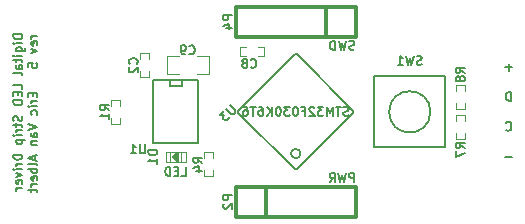
<source format=gbo>
G04 (created by PCBNEW (2013-mar-13)-testing) date Sat 31 Jan 2015 08:43:09 PM EST*
%MOIN*%
G04 Gerber Fmt 3.4, Leading zero omitted, Abs format*
%FSLAX34Y34*%
G01*
G70*
G90*
G04 APERTURE LIST*
%ADD10C,0.005906*%
%ADD11C,0.005118*%
%ADD12C,0.003900*%
%ADD13C,0.005000*%
%ADD14C,0.002600*%
%ADD15C,0.004000*%
%ADD16C,0.012000*%
%ADD17C,0.002800*%
%ADD18C,0.008000*%
G04 APERTURE END LIST*
G54D10*
G54D11*
X46728Y-45364D02*
X46728Y-45464D01*
X46885Y-45507D02*
X46885Y-45364D01*
X46585Y-45364D01*
X46585Y-45507D01*
X46885Y-45635D02*
X46685Y-45635D01*
X46742Y-45635D02*
X46714Y-45650D01*
X46700Y-45664D01*
X46685Y-45692D01*
X46685Y-45721D01*
X46885Y-45821D02*
X46685Y-45821D01*
X46585Y-45821D02*
X46600Y-45807D01*
X46614Y-45821D01*
X46600Y-45835D01*
X46585Y-45821D01*
X46614Y-45821D01*
X46871Y-46092D02*
X46885Y-46064D01*
X46885Y-46007D01*
X46871Y-45978D01*
X46857Y-45964D01*
X46828Y-45950D01*
X46742Y-45950D01*
X46714Y-45964D01*
X46700Y-45978D01*
X46685Y-46007D01*
X46685Y-46064D01*
X46700Y-46092D01*
X46585Y-46407D02*
X46885Y-46507D01*
X46585Y-46607D01*
X46885Y-46835D02*
X46728Y-46835D01*
X46700Y-46821D01*
X46685Y-46792D01*
X46685Y-46735D01*
X46700Y-46707D01*
X46871Y-46835D02*
X46885Y-46807D01*
X46885Y-46735D01*
X46871Y-46707D01*
X46842Y-46692D01*
X46814Y-46692D01*
X46785Y-46707D01*
X46771Y-46735D01*
X46771Y-46807D01*
X46757Y-46835D01*
X46685Y-46978D02*
X46885Y-46978D01*
X46714Y-46978D02*
X46700Y-46992D01*
X46685Y-47021D01*
X46685Y-47064D01*
X46700Y-47092D01*
X46728Y-47107D01*
X46885Y-47107D01*
X46800Y-47464D02*
X46800Y-47607D01*
X46885Y-47435D02*
X46585Y-47535D01*
X46885Y-47635D01*
X46885Y-47778D02*
X46871Y-47750D01*
X46842Y-47735D01*
X46585Y-47735D01*
X46885Y-47892D02*
X46585Y-47892D01*
X46700Y-47892D02*
X46685Y-47921D01*
X46685Y-47978D01*
X46700Y-48007D01*
X46714Y-48021D01*
X46742Y-48035D01*
X46828Y-48035D01*
X46857Y-48021D01*
X46871Y-48007D01*
X46885Y-47978D01*
X46885Y-47921D01*
X46871Y-47892D01*
X46871Y-48278D02*
X46885Y-48250D01*
X46885Y-48192D01*
X46871Y-48164D01*
X46842Y-48150D01*
X46728Y-48150D01*
X46700Y-48164D01*
X46685Y-48192D01*
X46685Y-48250D01*
X46700Y-48278D01*
X46728Y-48292D01*
X46757Y-48292D01*
X46785Y-48150D01*
X46885Y-48421D02*
X46685Y-48421D01*
X46742Y-48421D02*
X46714Y-48435D01*
X46700Y-48450D01*
X46685Y-48478D01*
X46685Y-48507D01*
X46685Y-48564D02*
X46685Y-48678D01*
X46585Y-48607D02*
X46842Y-48607D01*
X46871Y-48621D01*
X46885Y-48650D01*
X46885Y-48678D01*
X46385Y-43414D02*
X46085Y-43414D01*
X46085Y-43485D01*
X46100Y-43528D01*
X46128Y-43557D01*
X46157Y-43571D01*
X46214Y-43585D01*
X46257Y-43585D01*
X46314Y-43571D01*
X46342Y-43557D01*
X46371Y-43528D01*
X46385Y-43485D01*
X46385Y-43414D01*
X46385Y-43714D02*
X46185Y-43714D01*
X46085Y-43714D02*
X46100Y-43700D01*
X46114Y-43714D01*
X46100Y-43728D01*
X46085Y-43714D01*
X46114Y-43714D01*
X46185Y-43985D02*
X46428Y-43985D01*
X46457Y-43971D01*
X46471Y-43957D01*
X46485Y-43928D01*
X46485Y-43885D01*
X46471Y-43857D01*
X46371Y-43985D02*
X46385Y-43957D01*
X46385Y-43900D01*
X46371Y-43871D01*
X46357Y-43857D01*
X46328Y-43842D01*
X46242Y-43842D01*
X46214Y-43857D01*
X46200Y-43871D01*
X46185Y-43900D01*
X46185Y-43957D01*
X46200Y-43985D01*
X46385Y-44128D02*
X46185Y-44128D01*
X46085Y-44128D02*
X46100Y-44114D01*
X46114Y-44128D01*
X46100Y-44142D01*
X46085Y-44128D01*
X46114Y-44128D01*
X46185Y-44228D02*
X46185Y-44342D01*
X46085Y-44271D02*
X46342Y-44271D01*
X46371Y-44285D01*
X46385Y-44314D01*
X46385Y-44342D01*
X46385Y-44571D02*
X46228Y-44571D01*
X46200Y-44557D01*
X46185Y-44528D01*
X46185Y-44471D01*
X46200Y-44442D01*
X46371Y-44571D02*
X46385Y-44542D01*
X46385Y-44471D01*
X46371Y-44442D01*
X46342Y-44428D01*
X46314Y-44428D01*
X46285Y-44442D01*
X46271Y-44471D01*
X46271Y-44542D01*
X46257Y-44571D01*
X46385Y-44757D02*
X46371Y-44728D01*
X46342Y-44714D01*
X46085Y-44714D01*
X46385Y-45242D02*
X46385Y-45100D01*
X46085Y-45100D01*
X46228Y-45342D02*
X46228Y-45442D01*
X46385Y-45485D02*
X46385Y-45342D01*
X46085Y-45342D01*
X46085Y-45485D01*
X46385Y-45614D02*
X46085Y-45614D01*
X46085Y-45685D01*
X46100Y-45728D01*
X46128Y-45757D01*
X46157Y-45771D01*
X46214Y-45785D01*
X46257Y-45785D01*
X46314Y-45771D01*
X46342Y-45757D01*
X46371Y-45728D01*
X46385Y-45685D01*
X46385Y-45614D01*
X46371Y-46128D02*
X46385Y-46171D01*
X46385Y-46242D01*
X46371Y-46271D01*
X46357Y-46285D01*
X46328Y-46300D01*
X46300Y-46300D01*
X46271Y-46285D01*
X46257Y-46271D01*
X46242Y-46242D01*
X46228Y-46185D01*
X46214Y-46157D01*
X46200Y-46142D01*
X46171Y-46128D01*
X46142Y-46128D01*
X46114Y-46142D01*
X46100Y-46157D01*
X46085Y-46185D01*
X46085Y-46257D01*
X46100Y-46300D01*
X46185Y-46385D02*
X46185Y-46500D01*
X46085Y-46428D02*
X46342Y-46428D01*
X46371Y-46442D01*
X46385Y-46471D01*
X46385Y-46500D01*
X46385Y-46600D02*
X46185Y-46600D01*
X46242Y-46600D02*
X46214Y-46614D01*
X46200Y-46628D01*
X46185Y-46657D01*
X46185Y-46685D01*
X46385Y-46785D02*
X46185Y-46785D01*
X46085Y-46785D02*
X46100Y-46771D01*
X46114Y-46785D01*
X46100Y-46800D01*
X46085Y-46785D01*
X46114Y-46785D01*
X46185Y-46928D02*
X46485Y-46928D01*
X46200Y-46928D02*
X46185Y-46957D01*
X46185Y-47014D01*
X46200Y-47042D01*
X46214Y-47057D01*
X46242Y-47071D01*
X46328Y-47071D01*
X46357Y-47057D01*
X46371Y-47042D01*
X46385Y-47014D01*
X46385Y-46957D01*
X46371Y-46928D01*
X46385Y-47428D02*
X46085Y-47428D01*
X46085Y-47500D01*
X46100Y-47542D01*
X46128Y-47571D01*
X46157Y-47585D01*
X46214Y-47600D01*
X46257Y-47600D01*
X46314Y-47585D01*
X46342Y-47571D01*
X46371Y-47542D01*
X46385Y-47500D01*
X46385Y-47428D01*
X46385Y-47728D02*
X46185Y-47728D01*
X46242Y-47728D02*
X46214Y-47742D01*
X46200Y-47757D01*
X46185Y-47785D01*
X46185Y-47814D01*
X46385Y-47914D02*
X46185Y-47914D01*
X46085Y-47914D02*
X46100Y-47900D01*
X46114Y-47914D01*
X46100Y-47928D01*
X46085Y-47914D01*
X46114Y-47914D01*
X46185Y-48028D02*
X46385Y-48100D01*
X46185Y-48171D01*
X46371Y-48400D02*
X46385Y-48371D01*
X46385Y-48314D01*
X46371Y-48285D01*
X46342Y-48271D01*
X46228Y-48271D01*
X46200Y-48285D01*
X46185Y-48314D01*
X46185Y-48371D01*
X46200Y-48400D01*
X46228Y-48414D01*
X46257Y-48414D01*
X46285Y-48271D01*
X46385Y-48542D02*
X46185Y-48542D01*
X46242Y-48542D02*
X46214Y-48557D01*
X46200Y-48571D01*
X46185Y-48600D01*
X46185Y-48628D01*
X46885Y-43478D02*
X46685Y-43478D01*
X46742Y-43478D02*
X46714Y-43492D01*
X46700Y-43507D01*
X46685Y-43535D01*
X46685Y-43564D01*
X46871Y-43778D02*
X46885Y-43750D01*
X46885Y-43692D01*
X46871Y-43664D01*
X46842Y-43650D01*
X46728Y-43650D01*
X46700Y-43664D01*
X46685Y-43692D01*
X46685Y-43750D01*
X46700Y-43778D01*
X46728Y-43792D01*
X46757Y-43792D01*
X46785Y-43650D01*
X46685Y-43892D02*
X46885Y-43964D01*
X46685Y-44035D01*
X46585Y-44521D02*
X46585Y-44378D01*
X46728Y-44364D01*
X46714Y-44378D01*
X46700Y-44407D01*
X46700Y-44478D01*
X46714Y-44507D01*
X46728Y-44521D01*
X46757Y-44535D01*
X46828Y-44535D01*
X46857Y-44521D01*
X46871Y-44507D01*
X46885Y-44478D01*
X46885Y-44407D01*
X46871Y-44378D01*
X46857Y-44364D01*
X62714Y-47521D02*
X62485Y-47521D01*
X62507Y-46607D02*
X62521Y-46621D01*
X62564Y-46635D01*
X62592Y-46635D01*
X62635Y-46621D01*
X62664Y-46592D01*
X62678Y-46564D01*
X62692Y-46507D01*
X62692Y-46464D01*
X62678Y-46407D01*
X62664Y-46378D01*
X62635Y-46350D01*
X62592Y-46335D01*
X62564Y-46335D01*
X62521Y-46350D01*
X62507Y-46364D01*
X62678Y-45635D02*
X62678Y-45335D01*
X62607Y-45335D01*
X62564Y-45350D01*
X62535Y-45378D01*
X62521Y-45407D01*
X62507Y-45464D01*
X62507Y-45507D01*
X62521Y-45564D01*
X62535Y-45592D01*
X62564Y-45621D01*
X62607Y-45635D01*
X62678Y-45635D01*
X62714Y-44521D02*
X62485Y-44521D01*
X62600Y-44635D02*
X62600Y-44407D01*
X57449Y-48335D02*
X57449Y-48035D01*
X57335Y-48035D01*
X57307Y-48050D01*
X57292Y-48064D01*
X57278Y-48092D01*
X57278Y-48135D01*
X57292Y-48164D01*
X57307Y-48178D01*
X57335Y-48192D01*
X57449Y-48192D01*
X57178Y-48035D02*
X57107Y-48335D01*
X57049Y-48121D01*
X56992Y-48335D01*
X56921Y-48035D01*
X56635Y-48335D02*
X56735Y-48192D01*
X56807Y-48335D02*
X56807Y-48035D01*
X56692Y-48035D01*
X56664Y-48050D01*
X56650Y-48064D01*
X56635Y-48092D01*
X56635Y-48135D01*
X56650Y-48164D01*
X56664Y-48178D01*
X56692Y-48192D01*
X56807Y-48192D01*
X57457Y-43921D02*
X57414Y-43935D01*
X57342Y-43935D01*
X57314Y-43921D01*
X57299Y-43907D01*
X57285Y-43878D01*
X57285Y-43850D01*
X57299Y-43821D01*
X57314Y-43807D01*
X57342Y-43792D01*
X57399Y-43778D01*
X57428Y-43764D01*
X57442Y-43750D01*
X57457Y-43721D01*
X57457Y-43692D01*
X57442Y-43664D01*
X57428Y-43650D01*
X57399Y-43635D01*
X57328Y-43635D01*
X57285Y-43650D01*
X57185Y-43635D02*
X57114Y-43935D01*
X57057Y-43721D01*
X57000Y-43935D01*
X56928Y-43635D01*
X56814Y-43935D02*
X56814Y-43635D01*
X56742Y-43635D01*
X56700Y-43650D01*
X56671Y-43678D01*
X56657Y-43707D01*
X56642Y-43764D01*
X56642Y-43807D01*
X56657Y-43864D01*
X56671Y-43892D01*
X56700Y-43921D01*
X56742Y-43935D01*
X56814Y-43935D01*
X57264Y-46121D02*
X57221Y-46135D01*
X57149Y-46135D01*
X57121Y-46121D01*
X57107Y-46107D01*
X57092Y-46078D01*
X57092Y-46050D01*
X57107Y-46021D01*
X57121Y-46007D01*
X57149Y-45992D01*
X57207Y-45978D01*
X57235Y-45964D01*
X57249Y-45950D01*
X57264Y-45921D01*
X57264Y-45892D01*
X57249Y-45864D01*
X57235Y-45850D01*
X57207Y-45835D01*
X57135Y-45835D01*
X57092Y-45850D01*
X57007Y-45835D02*
X56835Y-45835D01*
X56921Y-46135D02*
X56921Y-45835D01*
X56735Y-46135D02*
X56735Y-45835D01*
X56635Y-46050D01*
X56535Y-45835D01*
X56535Y-46135D01*
X56421Y-45835D02*
X56235Y-45835D01*
X56335Y-45950D01*
X56292Y-45950D01*
X56264Y-45964D01*
X56249Y-45978D01*
X56235Y-46007D01*
X56235Y-46078D01*
X56249Y-46107D01*
X56264Y-46121D01*
X56292Y-46135D01*
X56378Y-46135D01*
X56407Y-46121D01*
X56421Y-46107D01*
X56121Y-45864D02*
X56107Y-45850D01*
X56078Y-45835D01*
X56007Y-45835D01*
X55978Y-45850D01*
X55964Y-45864D01*
X55950Y-45892D01*
X55950Y-45921D01*
X55964Y-45964D01*
X56135Y-46135D01*
X55950Y-46135D01*
X55721Y-45978D02*
X55821Y-45978D01*
X55821Y-46135D02*
X55821Y-45835D01*
X55678Y-45835D01*
X55507Y-45835D02*
X55478Y-45835D01*
X55450Y-45850D01*
X55435Y-45864D01*
X55421Y-45892D01*
X55407Y-45950D01*
X55407Y-46021D01*
X55421Y-46078D01*
X55435Y-46107D01*
X55450Y-46121D01*
X55478Y-46135D01*
X55507Y-46135D01*
X55535Y-46121D01*
X55550Y-46107D01*
X55564Y-46078D01*
X55578Y-46021D01*
X55578Y-45950D01*
X55564Y-45892D01*
X55550Y-45864D01*
X55535Y-45850D01*
X55507Y-45835D01*
X55307Y-45835D02*
X55121Y-45835D01*
X55221Y-45950D01*
X55178Y-45950D01*
X55150Y-45964D01*
X55135Y-45978D01*
X55121Y-46007D01*
X55121Y-46078D01*
X55135Y-46107D01*
X55150Y-46121D01*
X55178Y-46135D01*
X55264Y-46135D01*
X55292Y-46121D01*
X55307Y-46107D01*
X54935Y-45835D02*
X54907Y-45835D01*
X54878Y-45850D01*
X54864Y-45864D01*
X54850Y-45892D01*
X54835Y-45950D01*
X54835Y-46021D01*
X54850Y-46078D01*
X54864Y-46107D01*
X54878Y-46121D01*
X54907Y-46135D01*
X54935Y-46135D01*
X54964Y-46121D01*
X54978Y-46107D01*
X54992Y-46078D01*
X55007Y-46021D01*
X55007Y-45950D01*
X54992Y-45892D01*
X54978Y-45864D01*
X54964Y-45850D01*
X54935Y-45835D01*
X54707Y-46135D02*
X54707Y-45835D01*
X54535Y-46135D02*
X54664Y-45964D01*
X54535Y-45835D02*
X54707Y-46007D01*
X54278Y-45835D02*
X54335Y-45835D01*
X54364Y-45850D01*
X54378Y-45864D01*
X54407Y-45907D01*
X54421Y-45964D01*
X54421Y-46078D01*
X54407Y-46107D01*
X54392Y-46121D01*
X54364Y-46135D01*
X54307Y-46135D01*
X54278Y-46121D01*
X54264Y-46107D01*
X54250Y-46078D01*
X54250Y-46007D01*
X54264Y-45978D01*
X54278Y-45964D01*
X54307Y-45950D01*
X54364Y-45950D01*
X54392Y-45964D01*
X54407Y-45978D01*
X54421Y-46007D01*
X54164Y-45835D02*
X53992Y-45835D01*
X54078Y-46135D02*
X54078Y-45835D01*
X53764Y-45835D02*
X53821Y-45835D01*
X53850Y-45850D01*
X53864Y-45864D01*
X53892Y-45907D01*
X53907Y-45964D01*
X53907Y-46078D01*
X53892Y-46107D01*
X53878Y-46121D01*
X53850Y-46135D01*
X53792Y-46135D01*
X53764Y-46121D01*
X53750Y-46107D01*
X53735Y-46078D01*
X53735Y-46007D01*
X53750Y-45978D01*
X53764Y-45964D01*
X53792Y-45950D01*
X53850Y-45950D01*
X53878Y-45964D01*
X53892Y-45978D01*
X53907Y-46007D01*
G54D12*
X51601Y-44150D02*
X51201Y-44150D01*
X51201Y-44150D02*
X51201Y-44750D01*
X51201Y-44750D02*
X51601Y-44750D01*
X52198Y-44750D02*
X52598Y-44750D01*
X52598Y-44750D02*
X52598Y-44150D01*
X52598Y-44150D02*
X52198Y-44150D01*
G54D13*
X52200Y-44950D02*
X52250Y-44950D01*
X52250Y-44950D02*
X52250Y-47050D01*
X50750Y-47050D02*
X50750Y-44950D01*
X50750Y-44950D02*
X52200Y-44950D01*
X51300Y-44950D02*
X51300Y-45150D01*
X51300Y-45150D02*
X51700Y-45150D01*
X51700Y-45150D02*
X51700Y-44950D01*
X50750Y-47050D02*
X52250Y-47050D01*
G54D10*
X51460Y-47460D02*
X51460Y-47500D01*
X51500Y-47460D02*
X51500Y-47539D01*
X51539Y-47421D02*
X51539Y-47578D01*
X51578Y-47342D02*
X51421Y-47500D01*
X51421Y-47500D02*
X51578Y-47657D01*
X51578Y-47657D02*
X51578Y-47342D01*
G54D14*
X51323Y-47323D02*
X51323Y-47677D01*
X51323Y-47677D02*
X51166Y-47677D01*
X51166Y-47323D02*
X51166Y-47677D01*
X51323Y-47323D02*
X51166Y-47323D01*
X51834Y-47323D02*
X51834Y-47677D01*
X51834Y-47677D02*
X51677Y-47677D01*
X51677Y-47323D02*
X51677Y-47677D01*
X51834Y-47323D02*
X51677Y-47323D01*
G54D15*
X51323Y-47343D02*
X51677Y-47343D01*
X51323Y-47657D02*
X51677Y-47657D01*
G54D16*
X57500Y-42500D02*
X57500Y-42500D01*
X57500Y-43500D02*
X57500Y-42500D01*
X57500Y-42500D02*
X57500Y-42500D01*
X57500Y-42500D02*
X53500Y-42500D01*
X53500Y-42500D02*
X53500Y-43500D01*
X53500Y-43500D02*
X57500Y-43500D01*
X56500Y-43500D02*
X56500Y-42500D01*
X53500Y-49500D02*
X53500Y-49500D01*
X53500Y-48500D02*
X53500Y-49500D01*
X53500Y-49500D02*
X53500Y-49500D01*
X53500Y-49500D02*
X57500Y-49500D01*
X57500Y-49500D02*
X57500Y-48500D01*
X57500Y-48500D02*
X53500Y-48500D01*
X54500Y-48500D02*
X54500Y-49500D01*
G54D17*
X50300Y-44251D02*
X50300Y-44051D01*
X50300Y-44051D02*
X50600Y-44051D01*
X50600Y-44051D02*
X50600Y-44251D01*
X50300Y-44648D02*
X50300Y-44848D01*
X50300Y-44848D02*
X50600Y-44848D01*
X50600Y-44848D02*
X50600Y-44648D01*
X53851Y-44150D02*
X53651Y-44150D01*
X53651Y-44150D02*
X53651Y-43850D01*
X53651Y-43850D02*
X53851Y-43850D01*
X54248Y-44150D02*
X54448Y-44150D01*
X54448Y-44150D02*
X54448Y-43850D01*
X54448Y-43850D02*
X54248Y-43850D01*
X49350Y-45801D02*
X49350Y-45601D01*
X49350Y-45601D02*
X49650Y-45601D01*
X49650Y-45601D02*
X49650Y-45801D01*
X49350Y-46198D02*
X49350Y-46398D01*
X49350Y-46398D02*
X49650Y-46398D01*
X49650Y-46398D02*
X49650Y-46198D01*
X52450Y-47551D02*
X52450Y-47351D01*
X52450Y-47351D02*
X52750Y-47351D01*
X52750Y-47351D02*
X52750Y-47551D01*
X52450Y-47948D02*
X52450Y-48148D01*
X52450Y-48148D02*
X52750Y-48148D01*
X52750Y-48148D02*
X52750Y-47948D01*
X61150Y-46698D02*
X61150Y-46898D01*
X61150Y-46898D02*
X60850Y-46898D01*
X60850Y-46898D02*
X60850Y-46698D01*
X61150Y-46301D02*
X61150Y-46101D01*
X61150Y-46101D02*
X60850Y-46101D01*
X60850Y-46101D02*
X60850Y-46301D01*
X60850Y-45301D02*
X60850Y-45101D01*
X60850Y-45101D02*
X61150Y-45101D01*
X61150Y-45101D02*
X61150Y-45301D01*
X60850Y-45698D02*
X60850Y-45898D01*
X60850Y-45898D02*
X61150Y-45898D01*
X61150Y-45898D02*
X61150Y-45698D01*
G54D10*
X58118Y-47181D02*
X60481Y-47181D01*
X60481Y-47181D02*
X60481Y-44818D01*
X60481Y-44818D02*
X58118Y-44818D01*
X58118Y-44818D02*
X58118Y-47181D01*
X59988Y-46000D02*
G75*
G03X59988Y-46000I-688J0D01*
G74*
G01*
G54D18*
X53578Y-45972D02*
X53578Y-46027D01*
X55657Y-47391D02*
G75*
G03X55657Y-47391I-157J0D01*
G74*
G01*
X53578Y-46027D02*
X55472Y-47921D01*
X55472Y-47921D02*
X55527Y-47921D01*
X55527Y-47921D02*
X57421Y-46027D01*
X57421Y-46027D02*
X57421Y-45972D01*
X57421Y-45972D02*
X55527Y-44078D01*
X55527Y-44078D02*
X55472Y-44078D01*
X55472Y-44078D02*
X53578Y-45972D01*
G54D11*
X51950Y-44057D02*
X51964Y-44071D01*
X52007Y-44085D01*
X52035Y-44085D01*
X52078Y-44071D01*
X52107Y-44042D01*
X52121Y-44014D01*
X52135Y-43957D01*
X52135Y-43914D01*
X52121Y-43857D01*
X52107Y-43828D01*
X52078Y-43800D01*
X52035Y-43785D01*
X52007Y-43785D01*
X51964Y-43800D01*
X51950Y-43814D01*
X51807Y-44085D02*
X51750Y-44085D01*
X51721Y-44071D01*
X51707Y-44057D01*
X51678Y-44014D01*
X51664Y-43957D01*
X51664Y-43842D01*
X51678Y-43814D01*
X51692Y-43800D01*
X51721Y-43785D01*
X51778Y-43785D01*
X51807Y-43800D01*
X51821Y-43814D01*
X51835Y-43842D01*
X51835Y-43914D01*
X51821Y-43942D01*
X51807Y-43957D01*
X51778Y-43971D01*
X51721Y-43971D01*
X51692Y-43957D01*
X51678Y-43942D01*
X51664Y-43914D01*
X50478Y-47085D02*
X50478Y-47328D01*
X50464Y-47357D01*
X50450Y-47371D01*
X50421Y-47385D01*
X50364Y-47385D01*
X50335Y-47371D01*
X50321Y-47357D01*
X50307Y-47328D01*
X50307Y-47085D01*
X50007Y-47385D02*
X50178Y-47385D01*
X50092Y-47385D02*
X50092Y-47085D01*
X50121Y-47128D01*
X50150Y-47157D01*
X50178Y-47171D01*
X50885Y-47278D02*
X50585Y-47278D01*
X50585Y-47350D01*
X50600Y-47392D01*
X50628Y-47421D01*
X50657Y-47435D01*
X50714Y-47450D01*
X50757Y-47450D01*
X50814Y-47435D01*
X50842Y-47421D01*
X50871Y-47392D01*
X50885Y-47350D01*
X50885Y-47278D01*
X50885Y-47735D02*
X50885Y-47564D01*
X50885Y-47650D02*
X50585Y-47650D01*
X50628Y-47621D01*
X50657Y-47592D01*
X50671Y-47564D01*
X51692Y-48135D02*
X51835Y-48135D01*
X51835Y-47835D01*
X51592Y-47978D02*
X51492Y-47978D01*
X51450Y-48135D02*
X51592Y-48135D01*
X51592Y-47835D01*
X51450Y-47835D01*
X51321Y-48135D02*
X51321Y-47835D01*
X51250Y-47835D01*
X51207Y-47850D01*
X51178Y-47878D01*
X51164Y-47907D01*
X51150Y-47964D01*
X51150Y-48007D01*
X51164Y-48064D01*
X51178Y-48092D01*
X51207Y-48121D01*
X51250Y-48135D01*
X51321Y-48135D01*
X53385Y-42778D02*
X53085Y-42778D01*
X53085Y-42892D01*
X53100Y-42921D01*
X53114Y-42935D01*
X53142Y-42950D01*
X53185Y-42950D01*
X53214Y-42935D01*
X53228Y-42921D01*
X53242Y-42892D01*
X53242Y-42778D01*
X53185Y-43207D02*
X53385Y-43207D01*
X53071Y-43135D02*
X53285Y-43064D01*
X53285Y-43250D01*
X53385Y-48778D02*
X53085Y-48778D01*
X53085Y-48892D01*
X53100Y-48921D01*
X53114Y-48935D01*
X53142Y-48950D01*
X53185Y-48950D01*
X53214Y-48935D01*
X53228Y-48921D01*
X53242Y-48892D01*
X53242Y-48778D01*
X53114Y-49064D02*
X53100Y-49078D01*
X53085Y-49107D01*
X53085Y-49178D01*
X53100Y-49207D01*
X53114Y-49221D01*
X53142Y-49235D01*
X53171Y-49235D01*
X53214Y-49221D01*
X53385Y-49050D01*
X53385Y-49235D01*
X50207Y-44400D02*
X50221Y-44385D01*
X50235Y-44342D01*
X50235Y-44314D01*
X50221Y-44271D01*
X50192Y-44242D01*
X50164Y-44228D01*
X50107Y-44214D01*
X50064Y-44214D01*
X50007Y-44228D01*
X49978Y-44242D01*
X49950Y-44271D01*
X49935Y-44314D01*
X49935Y-44342D01*
X49950Y-44385D01*
X49964Y-44400D01*
X49964Y-44514D02*
X49950Y-44528D01*
X49935Y-44557D01*
X49935Y-44628D01*
X49950Y-44657D01*
X49964Y-44671D01*
X49992Y-44685D01*
X50021Y-44685D01*
X50064Y-44671D01*
X50235Y-44500D01*
X50235Y-44685D01*
X54000Y-44507D02*
X54014Y-44521D01*
X54057Y-44535D01*
X54085Y-44535D01*
X54128Y-44521D01*
X54157Y-44492D01*
X54171Y-44464D01*
X54185Y-44407D01*
X54185Y-44364D01*
X54171Y-44307D01*
X54157Y-44278D01*
X54128Y-44250D01*
X54085Y-44235D01*
X54057Y-44235D01*
X54014Y-44250D01*
X54000Y-44264D01*
X53828Y-44364D02*
X53857Y-44350D01*
X53871Y-44335D01*
X53885Y-44307D01*
X53885Y-44292D01*
X53871Y-44264D01*
X53857Y-44250D01*
X53828Y-44235D01*
X53771Y-44235D01*
X53742Y-44250D01*
X53728Y-44264D01*
X53714Y-44292D01*
X53714Y-44307D01*
X53728Y-44335D01*
X53742Y-44350D01*
X53771Y-44364D01*
X53828Y-44364D01*
X53857Y-44378D01*
X53871Y-44392D01*
X53885Y-44421D01*
X53885Y-44478D01*
X53871Y-44507D01*
X53857Y-44521D01*
X53828Y-44535D01*
X53771Y-44535D01*
X53742Y-44521D01*
X53728Y-44507D01*
X53714Y-44478D01*
X53714Y-44421D01*
X53728Y-44392D01*
X53742Y-44378D01*
X53771Y-44364D01*
X49285Y-45950D02*
X49142Y-45850D01*
X49285Y-45778D02*
X48985Y-45778D01*
X48985Y-45892D01*
X49000Y-45921D01*
X49014Y-45935D01*
X49042Y-45950D01*
X49085Y-45950D01*
X49114Y-45935D01*
X49128Y-45921D01*
X49142Y-45892D01*
X49142Y-45778D01*
X49285Y-46235D02*
X49285Y-46064D01*
X49285Y-46150D02*
X48985Y-46150D01*
X49028Y-46121D01*
X49057Y-46092D01*
X49071Y-46064D01*
X52385Y-47700D02*
X52242Y-47600D01*
X52385Y-47528D02*
X52085Y-47528D01*
X52085Y-47642D01*
X52100Y-47671D01*
X52114Y-47685D01*
X52142Y-47700D01*
X52185Y-47700D01*
X52214Y-47685D01*
X52228Y-47671D01*
X52242Y-47642D01*
X52242Y-47528D01*
X52185Y-47957D02*
X52385Y-47957D01*
X52071Y-47885D02*
X52285Y-47814D01*
X52285Y-48000D01*
X61135Y-47200D02*
X60992Y-47100D01*
X61135Y-47028D02*
X60835Y-47028D01*
X60835Y-47142D01*
X60850Y-47171D01*
X60864Y-47185D01*
X60892Y-47200D01*
X60935Y-47200D01*
X60964Y-47185D01*
X60978Y-47171D01*
X60992Y-47142D01*
X60992Y-47028D01*
X60835Y-47300D02*
X60835Y-47500D01*
X61135Y-47371D01*
X61135Y-44700D02*
X60992Y-44600D01*
X61135Y-44528D02*
X60835Y-44528D01*
X60835Y-44642D01*
X60850Y-44671D01*
X60864Y-44685D01*
X60892Y-44700D01*
X60935Y-44700D01*
X60964Y-44685D01*
X60978Y-44671D01*
X60992Y-44642D01*
X60992Y-44528D01*
X60964Y-44871D02*
X60950Y-44842D01*
X60935Y-44828D01*
X60907Y-44814D01*
X60892Y-44814D01*
X60864Y-44828D01*
X60850Y-44842D01*
X60835Y-44871D01*
X60835Y-44928D01*
X60850Y-44957D01*
X60864Y-44971D01*
X60892Y-44985D01*
X60907Y-44985D01*
X60935Y-44971D01*
X60950Y-44957D01*
X60964Y-44928D01*
X60964Y-44871D01*
X60978Y-44842D01*
X60992Y-44828D01*
X61021Y-44814D01*
X61078Y-44814D01*
X61107Y-44828D01*
X61121Y-44842D01*
X61135Y-44871D01*
X61135Y-44928D01*
X61121Y-44957D01*
X61107Y-44971D01*
X61078Y-44985D01*
X61021Y-44985D01*
X60992Y-44971D01*
X60978Y-44957D01*
X60964Y-44928D01*
X59699Y-44421D02*
X59657Y-44435D01*
X59585Y-44435D01*
X59557Y-44421D01*
X59542Y-44407D01*
X59528Y-44378D01*
X59528Y-44350D01*
X59542Y-44321D01*
X59557Y-44307D01*
X59585Y-44292D01*
X59642Y-44278D01*
X59671Y-44264D01*
X59685Y-44250D01*
X59699Y-44221D01*
X59699Y-44192D01*
X59685Y-44164D01*
X59671Y-44150D01*
X59642Y-44135D01*
X59571Y-44135D01*
X59528Y-44150D01*
X59428Y-44135D02*
X59357Y-44435D01*
X59299Y-44221D01*
X59242Y-44435D01*
X59171Y-44135D01*
X58900Y-44435D02*
X59071Y-44435D01*
X58985Y-44435D02*
X58985Y-44135D01*
X59014Y-44178D01*
X59042Y-44207D01*
X59071Y-44221D01*
X53295Y-45772D02*
X53467Y-45943D01*
X53477Y-45974D01*
X53477Y-45994D01*
X53467Y-46024D01*
X53426Y-46065D01*
X53396Y-46075D01*
X53376Y-46075D01*
X53345Y-46065D01*
X53174Y-45893D01*
X53093Y-45974D02*
X52962Y-46105D01*
X53113Y-46115D01*
X53083Y-46145D01*
X53073Y-46176D01*
X53073Y-46196D01*
X53083Y-46226D01*
X53133Y-46277D01*
X53164Y-46287D01*
X53184Y-46287D01*
X53214Y-46277D01*
X53275Y-46216D01*
X53285Y-46186D01*
X53285Y-46166D01*
M02*

</source>
